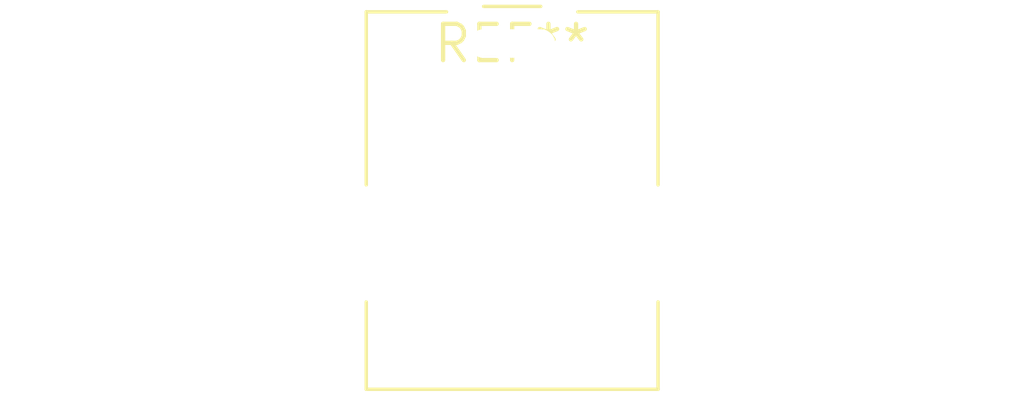
<source format=kicad_pcb>
(kicad_pcb (version 20240108) (generator pcbnew)
  (layers (0 "F.Cu" signal) (31 "B.Cu" signal) (34 "B.Paste" user) (35 "F.Paste" user) (36 "B.SilkS" user "B.Silkscreen") (37 "F.SilkS" user "F.Silkscreen") (38 "B.Mask" user) (39 "F.Mask" user) (44 "Edge.Cuts" user))
  (net 0 "")
  (footprint "BarrelJack_CUI_PJ-063AH_Horizontal" (layer "F.Cu") (at 0 0)
    (property "Reference" "REF**")
    (property "Value" "BarrelJack_CUI_PJ-063AH_Horizontal")
    (fp_line (start -5.11 -1.11) (end -2.3 -1.11) (layer "F.SilkS") (stroke (width 0.12)))
    (fp_line (start -5.11 4.95) (end -5.11 -1.11) (layer "F.SilkS") (stroke (width 0.12)))
    (fp_line (start -5.11 12.11) (end -5.11 9.05) (layer "F.SilkS") (stroke (width 0.12)))
    (fp_line (start -1 -1.3) (end 1 -1.3) (layer "F.SilkS") (stroke (width 0.12)))
    (fp_line (start 2.3 -1.11) (end 5.11 -1.11) (layer "F.SilkS") (stroke (width 0.12)))
    (fp_line (start 5.11 -1.11) (end 5.11 4.95) (layer "F.SilkS") (stroke (width 0.12)))
    (fp_line (start 5.11 9.05) (end 5.11 12.11) (layer "F.SilkS") (stroke (width 0.12)))
    (fp_line (start 5.11 12.11) (end -5.11 12.11) (layer "F.SilkS") (stroke (width 0.12)))
    (pad "" np_thru_hole circle (at 0 9) (size 1.6 1.6) (drill 1.6) (layers *.Cu *.Mask))
    (pad "1" thru_hole rect (at 0 0) (size 4 2) (drill oval 3 1) (layers *.Cu *.Mask) (remove_unused_layers))
    (pad "2" thru_hole oval (at 0 6) (size 3.3 2) (drill oval 2.3 1) (layers *.Cu *.Mask) (remove_unused_layers))
    (pad "MP" thru_hole oval (at -4.5 7) (size 2 3.5) (drill oval 1 2.5) (layers *.Cu *.Mask) (remove_unused_layers))
    (pad "MP" thru_hole oval (at 4.5 7) (size 2 3.5) (drill oval 1 2.5) (layers *.Cu *.Mask) (remove_unused_layers))
  )
)
</source>
